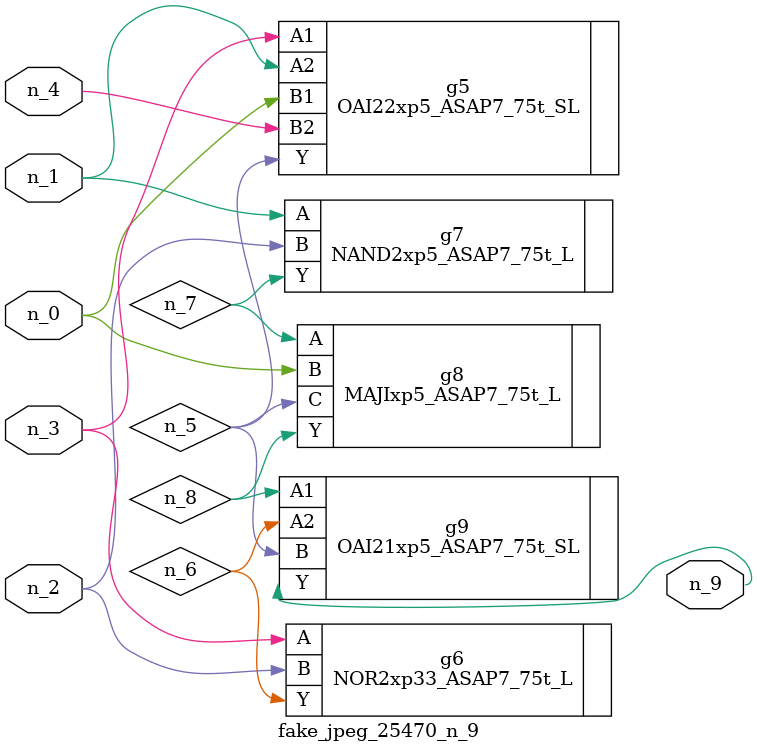
<source format=v>
module fake_jpeg_25470_n_9 (n_3, n_2, n_1, n_0, n_4, n_9);

input n_3;
input n_2;
input n_1;
input n_0;
input n_4;

output n_9;

wire n_8;
wire n_6;
wire n_5;
wire n_7;

OAI22xp5_ASAP7_75t_SL g5 ( 
.A1(n_3),
.A2(n_1),
.B1(n_0),
.B2(n_4),
.Y(n_5)
);

NOR2xp33_ASAP7_75t_L g6 ( 
.A(n_3),
.B(n_2),
.Y(n_6)
);

NAND2xp5_ASAP7_75t_L g7 ( 
.A(n_1),
.B(n_2),
.Y(n_7)
);

MAJIxp5_ASAP7_75t_L g8 ( 
.A(n_7),
.B(n_0),
.C(n_5),
.Y(n_8)
);

OAI21xp5_ASAP7_75t_SL g9 ( 
.A1(n_8),
.A2(n_6),
.B(n_5),
.Y(n_9)
);


endmodule
</source>
